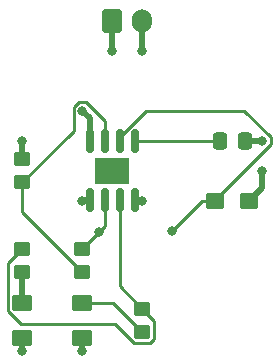
<source format=gbr>
%TF.GenerationSoftware,KiCad,Pcbnew,(6.0.2)*%
%TF.CreationDate,2023-04-14T14:35:17-07:00*%
%TF.ProjectId,555-timer,3535352d-7469-46d6-9572-2e6b69636164,rev?*%
%TF.SameCoordinates,Original*%
%TF.FileFunction,Copper,L1,Top*%
%TF.FilePolarity,Positive*%
%FSLAX46Y46*%
G04 Gerber Fmt 4.6, Leading zero omitted, Abs format (unit mm)*
G04 Created by KiCad (PCBNEW (6.0.2)) date 2023-04-14 14:35:17*
%MOMM*%
%LPD*%
G01*
G04 APERTURE LIST*
G04 Aperture macros list*
%AMRoundRect*
0 Rectangle with rounded corners*
0 $1 Rounding radius*
0 $2 $3 $4 $5 $6 $7 $8 $9 X,Y pos of 4 corners*
0 Add a 4 corners polygon primitive as box body*
4,1,4,$2,$3,$4,$5,$6,$7,$8,$9,$2,$3,0*
0 Add four circle primitives for the rounded corners*
1,1,$1+$1,$2,$3*
1,1,$1+$1,$4,$5*
1,1,$1+$1,$6,$7*
1,1,$1+$1,$8,$9*
0 Add four rect primitives between the rounded corners*
20,1,$1+$1,$2,$3,$4,$5,0*
20,1,$1+$1,$4,$5,$6,$7,0*
20,1,$1+$1,$6,$7,$8,$9,0*
20,1,$1+$1,$8,$9,$2,$3,0*%
G04 Aperture macros list end*
%TA.AperFunction,SMDPad,CuDef*%
%ADD10R,3.000000X2.290000*%
%TD*%
%TA.AperFunction,SMDPad,CuDef*%
%ADD11RoundRect,0.150000X0.150000X-0.825000X0.150000X0.825000X-0.150000X0.825000X-0.150000X-0.825000X0*%
%TD*%
%TA.AperFunction,SMDPad,CuDef*%
%ADD12RoundRect,0.250000X-0.450000X0.350000X-0.450000X-0.350000X0.450000X-0.350000X0.450000X0.350000X0*%
%TD*%
%TA.AperFunction,SMDPad,CuDef*%
%ADD13RoundRect,0.250000X0.450000X-0.350000X0.450000X0.350000X-0.450000X0.350000X-0.450000X-0.350000X0*%
%TD*%
%TA.AperFunction,ComponentPad*%
%ADD14RoundRect,0.250000X-0.600000X-0.750000X0.600000X-0.750000X0.600000X0.750000X-0.600000X0.750000X0*%
%TD*%
%TA.AperFunction,ComponentPad*%
%ADD15O,1.700000X2.000000*%
%TD*%
%TA.AperFunction,SMDPad,CuDef*%
%ADD16RoundRect,0.250001X0.624999X-0.462499X0.624999X0.462499X-0.624999X0.462499X-0.624999X-0.462499X0*%
%TD*%
%TA.AperFunction,SMDPad,CuDef*%
%ADD17RoundRect,0.250001X-0.624999X0.462499X-0.624999X-0.462499X0.624999X-0.462499X0.624999X0.462499X0*%
%TD*%
%TA.AperFunction,SMDPad,CuDef*%
%ADD18RoundRect,0.250000X-0.337500X-0.475000X0.337500X-0.475000X0.337500X0.475000X-0.337500X0.475000X0*%
%TD*%
%TA.AperFunction,SMDPad,CuDef*%
%ADD19RoundRect,0.250000X-0.537500X-0.425000X0.537500X-0.425000X0.537500X0.425000X-0.537500X0.425000X0*%
%TD*%
%TA.AperFunction,ViaPad*%
%ADD20C,0.800000*%
%TD*%
%TA.AperFunction,Conductor*%
%ADD21C,0.254000*%
%TD*%
%TA.AperFunction,Conductor*%
%ADD22C,0.508000*%
%TD*%
G04 APERTURE END LIST*
D10*
%TO.P,U1,9*%
%TO.N,N/C*%
X76200000Y-93980000D03*
D11*
%TO.P,U1,8,VCC*%
%TO.N,+9V*%
X74295000Y-91505000D03*
%TO.P,U1,7,DIS*%
%TO.N,/pin_7*%
X75565000Y-91505000D03*
%TO.P,U1,6,THR*%
%TO.N,/pin_2*%
X76835000Y-91505000D03*
%TO.P,U1,5,CV*%
%TO.N,Net-(C2-Pad1)*%
X78105000Y-91505000D03*
%TO.P,U1,4,R*%
%TO.N,+9V*%
X78105000Y-96455000D03*
%TO.P,U1,3,Q*%
%TO.N,/pin_3*%
X76835000Y-96455000D03*
%TO.P,U1,2,TR*%
%TO.N,/pin_2*%
X75565000Y-96455000D03*
%TO.P,U1,1,GND*%
%TO.N,GND*%
X74295000Y-96455000D03*
%TD*%
D12*
%TO.P,R4,2*%
%TO.N,Net-(D2-Pad2)*%
X78740000Y-107680000D03*
%TO.P,R4,1*%
%TO.N,/pin_3*%
X78740000Y-105680000D03*
%TD*%
D13*
%TO.P,R3,1*%
%TO.N,Net-(D1-Pad1)*%
X68580000Y-102600000D03*
%TO.P,R3,2*%
%TO.N,/pin_3*%
X68580000Y-100600000D03*
%TD*%
D12*
%TO.P,R2,1*%
%TO.N,/pin_2*%
X73660000Y-100600000D03*
%TO.P,R2,2*%
%TO.N,/pin_7*%
X73660000Y-102600000D03*
%TD*%
%TO.P,R1,1*%
%TO.N,+9V*%
X68580000Y-92980000D03*
%TO.P,R1,2*%
%TO.N,/pin_7*%
X68580000Y-94980000D03*
%TD*%
D14*
%TO.P,J1,1,Pin_1*%
%TO.N,+9V*%
X76200000Y-81280000D03*
D15*
%TO.P,J1,2,Pin_2*%
%TO.N,GND*%
X78700000Y-81280000D03*
%TD*%
D16*
%TO.P,D2,2,A*%
%TO.N,Net-(D2-Pad2)*%
X73660000Y-105192500D03*
%TO.P,D2,1,K*%
%TO.N,GND*%
X73660000Y-108167500D03*
%TD*%
D17*
%TO.P,D1,2,A*%
%TO.N,+9V*%
X68580000Y-108167500D03*
%TO.P,D1,1,K*%
%TO.N,Net-(D1-Pad1)*%
X68580000Y-105192500D03*
%TD*%
D18*
%TO.P,C2,1*%
%TO.N,Net-(C2-Pad1)*%
X85322500Y-91440000D03*
%TO.P,C2,2*%
%TO.N,GND*%
X87397500Y-91440000D03*
%TD*%
D19*
%TO.P,C1,1*%
%TO.N,/pin_2*%
X84922500Y-96520000D03*
%TO.P,C1,2*%
%TO.N,GND*%
X87797500Y-96520000D03*
%TD*%
D20*
%TO.N,/pin_2*%
X81280000Y-99060000D03*
X75065000Y-99195000D03*
%TO.N,+9V*%
X73660000Y-88900000D03*
%TO.N,GND*%
X73660000Y-96520000D03*
X88900000Y-93980000D03*
X88900000Y-91440000D03*
%TO.N,+9V*%
X68580000Y-91440000D03*
X78740000Y-96520000D03*
%TO.N,GND*%
X73660000Y-109220000D03*
%TO.N,+9V*%
X68580000Y-109220000D03*
X76200000Y-83820000D03*
%TO.N,GND*%
X78740000Y-83820000D03*
%TD*%
D21*
%TO.N,/pin_2*%
X89626511Y-91139068D02*
X89626511Y-91740932D01*
X79061099Y-88900000D02*
X87387443Y-88900000D01*
X87387443Y-88900000D02*
X89626511Y-91139068D01*
X76835000Y-91126099D02*
X79061099Y-88900000D01*
X89626511Y-91740932D02*
X84922500Y-96444943D01*
X84922500Y-96444943D02*
X84922500Y-96520000D01*
X76835000Y-91505000D02*
X76835000Y-91126099D01*
D22*
%TO.N,GND*%
X88900000Y-93980000D02*
X88900000Y-95417500D01*
X88900000Y-95417500D02*
X87797500Y-96520000D01*
D21*
%TO.N,/pin_2*%
X84922500Y-96520000D02*
X83820000Y-96520000D01*
X75065000Y-99195000D02*
X75565000Y-98695000D01*
X83820000Y-96520000D02*
X81280000Y-99060000D01*
%TO.N,/pin_3*%
X79766520Y-106706520D02*
X78740000Y-105680000D01*
X79428802Y-108606520D02*
X79766520Y-108268802D01*
X78051198Y-108606520D02*
X79428802Y-108606520D01*
X76445365Y-107000687D02*
X78051198Y-108606520D01*
X68485366Y-107000687D02*
X76445365Y-107000687D01*
X79766520Y-108268802D02*
X79766520Y-106706520D01*
X67378480Y-101801520D02*
X67378480Y-105893801D01*
X67378480Y-105893801D02*
X68485366Y-107000687D01*
X68580000Y-100600000D02*
X67378480Y-101801520D01*
%TO.N,/pin_7*%
X68580000Y-97520000D02*
X68580000Y-94980000D01*
X73660000Y-102600000D02*
X68580000Y-97520000D01*
%TO.N,/pin_3*%
X76835000Y-103775000D02*
X76835000Y-96455000D01*
X78740000Y-105680000D02*
X76835000Y-103775000D01*
%TO.N,Net-(D2-Pad2)*%
X76252500Y-105192500D02*
X78740000Y-107680000D01*
X73660000Y-105192500D02*
X76252500Y-105192500D01*
%TO.N,/pin_2*%
X75565000Y-98695000D02*
X75565000Y-96455000D01*
X73660000Y-100600000D02*
X75065000Y-99195000D01*
%TO.N,Net-(C2-Pad1)*%
X78170000Y-91440000D02*
X78105000Y-91505000D01*
X85322500Y-91440000D02*
X78170000Y-91440000D01*
%TO.N,/pin_7*%
X73960932Y-88173489D02*
X75565000Y-89777557D01*
X75565000Y-89777557D02*
X75565000Y-91505000D01*
X72933489Y-88599068D02*
X73359068Y-88173489D01*
X72933489Y-90626511D02*
X72933489Y-88599068D01*
X68580000Y-94980000D02*
X72933489Y-90626511D01*
X73359068Y-88173489D02*
X73960932Y-88173489D01*
D22*
%TO.N,+9V*%
X74295000Y-89535000D02*
X73660000Y-88900000D01*
X74295000Y-91505000D02*
X74295000Y-89535000D01*
%TO.N,GND*%
X73725000Y-96455000D02*
X73660000Y-96520000D01*
X74295000Y-96455000D02*
X73725000Y-96455000D01*
X87397500Y-91440000D02*
X88900000Y-91440000D01*
%TO.N,+9V*%
X78675000Y-96455000D02*
X78740000Y-96520000D01*
X78105000Y-96455000D02*
X78675000Y-96455000D01*
X68580000Y-92980000D02*
X68580000Y-91440000D01*
%TO.N,GND*%
X73660000Y-108167500D02*
X73660000Y-109220000D01*
%TO.N,+9V*%
X68580000Y-108167500D02*
X68580000Y-109220000D01*
%TO.N,Net-(D1-Pad1)*%
X68580000Y-102600000D02*
X68580000Y-105192500D01*
%TO.N,GND*%
X78700000Y-83780000D02*
X78740000Y-83820000D01*
X78700000Y-81280000D02*
X78700000Y-83780000D01*
%TO.N,+9V*%
X76200000Y-81280000D02*
X76200000Y-83820000D01*
%TD*%
M02*

</source>
